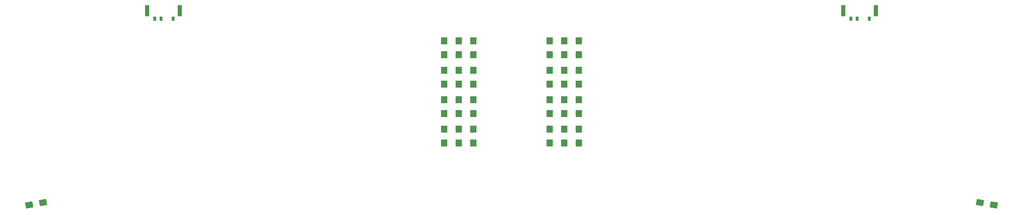
<source format=gtp>
G04 #@! TF.GenerationSoftware,KiCad,Pcbnew,9.0.2*
G04 #@! TF.CreationDate,2025-06-05T15:31:19+09:00*
G04 #@! TF.ProjectId,Totemkyle,546f7465-6d6b-4796-9c65-2e6b69636164,0.3*
G04 #@! TF.SameCoordinates,Original*
G04 #@! TF.FileFunction,Paste,Top*
G04 #@! TF.FilePolarity,Positive*
%FSLAX46Y46*%
G04 Gerber Fmt 4.6, Leading zero omitted, Abs format (unit mm)*
G04 Created by KiCad (PCBNEW 9.0.2) date 2025-06-05 15:31:19*
%MOMM*%
%LPD*%
G01*
G04 APERTURE LIST*
G04 Aperture macros list*
%AMRotRect*
0 Rectangle, with rotation*
0 The origin of the aperture is its center*
0 $1 length*
0 $2 width*
0 $3 Rotation angle, in degrees counterclockwise*
0 Add horizontal line*
21,1,$1,$2,0,0,$3*%
G04 Aperture macros list end*
%ADD10R,1.500000X1.800000*%
%ADD11R,0.700000X1.000000*%
%ADD12R,1.000000X2.800000*%
%ADD13RotRect,1.800000X1.500000X170.000000*%
%ADD14RotRect,1.800000X1.500000X10.000000*%
G04 APERTURE END LIST*
D10*
X166422435Y-80194348D03*
X166422435Y-83594348D03*
X159322435Y-58597348D03*
X159322435Y-61997348D03*
X162872435Y-65796348D03*
X162872435Y-69196348D03*
D11*
X67500000Y-53200000D03*
X64500000Y-53200000D03*
X63000000Y-53200000D03*
D12*
X69100000Y-51300000D03*
X61150000Y-51300000D03*
D13*
X267674173Y-98795202D03*
X264325827Y-98204798D03*
D10*
X162872435Y-58597348D03*
X162872435Y-61997348D03*
X137127565Y-80194348D03*
X137127565Y-83594348D03*
D11*
X237300000Y-53200000D03*
X234300000Y-53200000D03*
X232800000Y-53200000D03*
D12*
X238900000Y-51300000D03*
X230950000Y-51300000D03*
D10*
X137127565Y-65796348D03*
X137127565Y-69196348D03*
X137127565Y-58597348D03*
X137127565Y-61997348D03*
X159322435Y-80194348D03*
X159322435Y-83594348D03*
X162872435Y-80194348D03*
X162872435Y-83594348D03*
X162872435Y-72995348D03*
X162872435Y-76395348D03*
X159322435Y-65796348D03*
X159322435Y-69196348D03*
X166422435Y-72995348D03*
X166422435Y-76395348D03*
X133577565Y-65796348D03*
X133577565Y-69196348D03*
D14*
X32325827Y-98795202D03*
X35674173Y-98204798D03*
D10*
X140677565Y-58592348D03*
X140677565Y-61992348D03*
X133577565Y-58597348D03*
X133577565Y-61997348D03*
X159322435Y-72995348D03*
X159322435Y-76395348D03*
X140677565Y-72995348D03*
X140677565Y-76395348D03*
X140677565Y-65796348D03*
X140677565Y-69196348D03*
X133577565Y-80194348D03*
X133577565Y-83594348D03*
X137127565Y-72995348D03*
X137127565Y-76395348D03*
X166422435Y-58597348D03*
X166422435Y-61997348D03*
X140677565Y-80194348D03*
X140677565Y-83594348D03*
X166422435Y-65796348D03*
X166422435Y-69196348D03*
X133577565Y-72995348D03*
X133577565Y-76395348D03*
M02*

</source>
